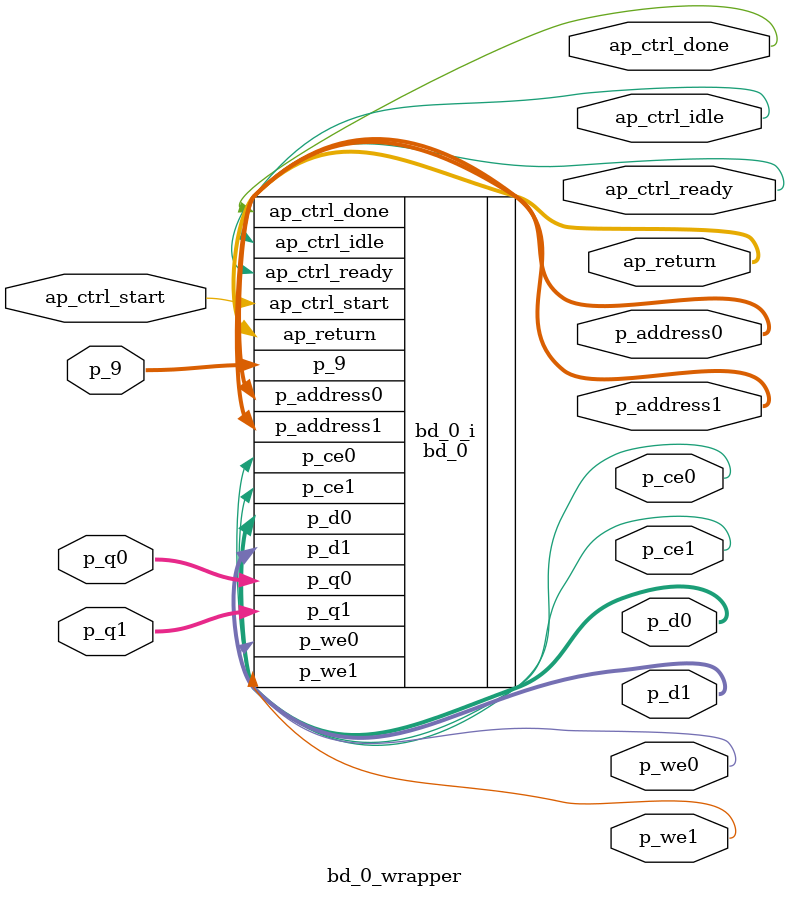
<source format=v>
`timescale 1 ps / 1 ps

module bd_0_wrapper
   (ap_ctrl_done,
    ap_ctrl_idle,
    ap_ctrl_ready,
    ap_ctrl_start,
    ap_return,
    p_9,
    p_address0,
    p_address1,
    p_ce0,
    p_ce1,
    p_d0,
    p_d1,
    p_q0,
    p_q1,
    p_we0,
    p_we1);
  output ap_ctrl_done;
  output ap_ctrl_idle;
  output ap_ctrl_ready;
  input ap_ctrl_start;
  output [63:0]ap_return;
  input [63:0]p_9;
  output [2:0]p_address0;
  output [2:0]p_address1;
  output p_ce0;
  output p_ce1;
  output [31:0]p_d0;
  output [31:0]p_d1;
  input [31:0]p_q0;
  input [31:0]p_q1;
  output p_we0;
  output p_we1;

  wire ap_ctrl_done;
  wire ap_ctrl_idle;
  wire ap_ctrl_ready;
  wire ap_ctrl_start;
  wire [63:0]ap_return;
  wire [63:0]p_9;
  wire [2:0]p_address0;
  wire [2:0]p_address1;
  wire p_ce0;
  wire p_ce1;
  wire [31:0]p_d0;
  wire [31:0]p_d1;
  wire [31:0]p_q0;
  wire [31:0]p_q1;
  wire p_we0;
  wire p_we1;

  bd_0 bd_0_i
       (.ap_ctrl_done(ap_ctrl_done),
        .ap_ctrl_idle(ap_ctrl_idle),
        .ap_ctrl_ready(ap_ctrl_ready),
        .ap_ctrl_start(ap_ctrl_start),
        .ap_return(ap_return),
        .p_9(p_9),
        .p_address0(p_address0),
        .p_address1(p_address1),
        .p_ce0(p_ce0),
        .p_ce1(p_ce1),
        .p_d0(p_d0),
        .p_d1(p_d1),
        .p_q0(p_q0),
        .p_q1(p_q1),
        .p_we0(p_we0),
        .p_we1(p_we1));
endmodule

</source>
